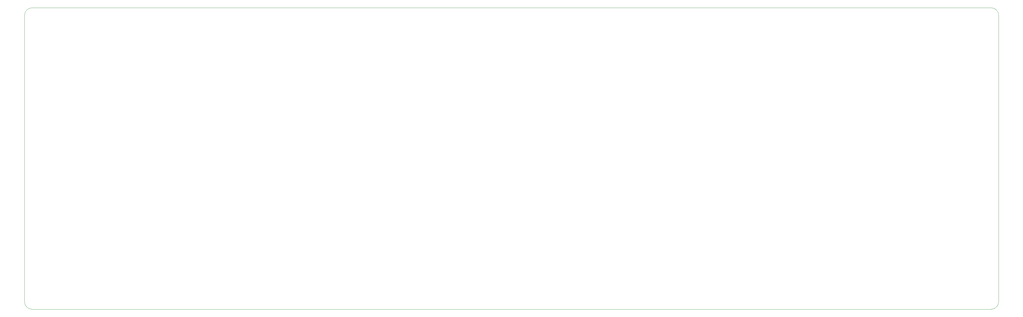
<source format=gbr>
G04 #@! TF.GenerationSoftware,KiCad,Pcbnew,(5.1.9)-1*
G04 #@! TF.CreationDate,2021-05-27T03:19:54+01:00*
G04 #@! TF.ProjectId,EnvKB65_bottom,456e764b-4236-4355-9f62-6f74746f6d2e,rev?*
G04 #@! TF.SameCoordinates,Original*
G04 #@! TF.FileFunction,Profile,NP*
%FSLAX46Y46*%
G04 Gerber Fmt 4.6, Leading zero omitted, Abs format (unit mm)*
G04 Created by KiCad (PCBNEW (5.1.9)-1) date 2021-05-27 03:19:54*
%MOMM*%
%LPD*%
G01*
G04 APERTURE LIST*
G04 #@! TA.AperFunction,Profile*
%ADD10C,0.100000*%
G04 #@! TD*
G04 APERTURE END LIST*
D10*
X385300000Y-194450000D02*
X385300000Y-100150000D01*
X64500000Y-194450000D02*
X64500000Y-100150000D01*
X64500000Y-100150000D02*
G75*
G02*
X67000000Y-97650000I2500000J0D01*
G01*
X385300000Y-194450000D02*
G75*
G02*
X382800000Y-196950000I-2500000J0D01*
G01*
X67000000Y-196950000D02*
G75*
G02*
X64500000Y-194450000I0J2500000D01*
G01*
X382800000Y-97650000D02*
G75*
G02*
X385300000Y-100150000I0J-2500000D01*
G01*
X67000000Y-196950000D02*
X382800000Y-196950000D01*
X382800000Y-97650000D02*
X67000000Y-97650000D01*
M02*

</source>
